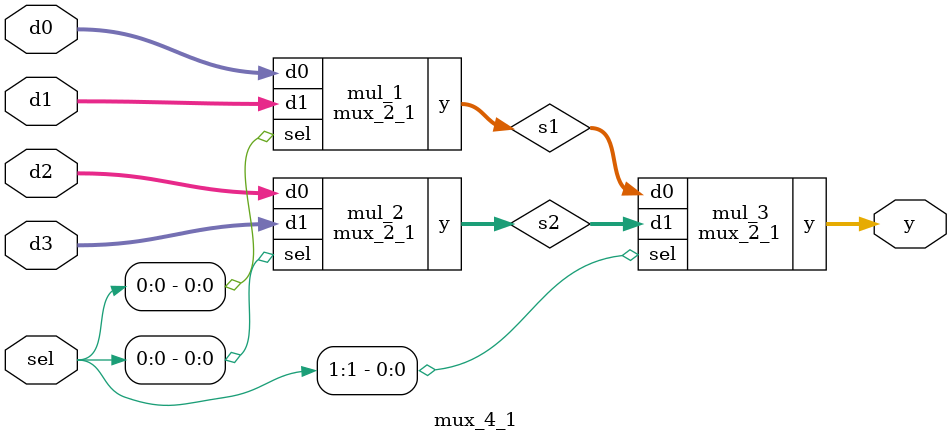
<source format=sv>

module mux_2_1
(
  input  [3:0] d0, d1,
  input        sel,
  output [3:0] y
);

  assign y = sel ? d1 : d0;

endmodule

//----------------------------------------------------------------------------
// Task
//----------------------------------------------------------------------------

module mux_4_1
(
  input  [3:0] d0, d1, d2, d3,
  input  [1:0] sel,
  output [3:0] y
);
  wire [3:0] s1, s2;
  // Task:
  // Implement mux_4_1 using three instances of mux_2_1
  mux_2_1 mul_1(.d0(d0), .d1(d1), .sel(sel[0]), .y(s1));
  mux_2_1 mul_2(.d0(d2), .d1(d3), .sel(sel[0]), .y(s2));
  mux_2_1 mul_3(.d0(s1), .d1(s2), .sel(sel[1]), .y(y));
endmodule

</source>
